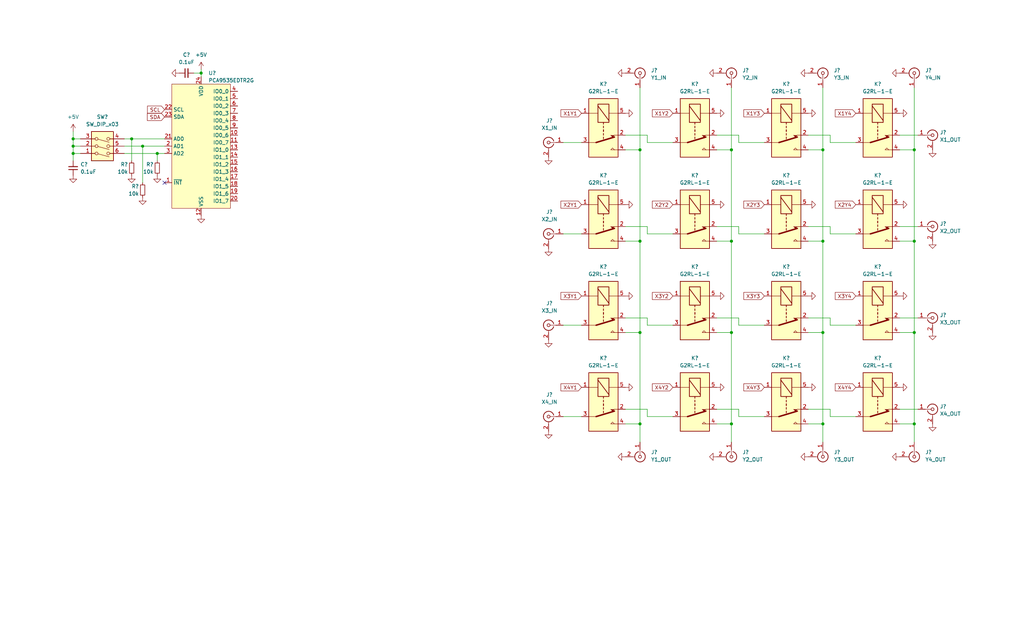
<source format=kicad_sch>
(kicad_sch (version 20211123) (generator eeschema)
  (paper "USLegal")
  (title_block (title "4X4 RF Crossbar") (date "2022-09-12") (rev "A") (company "W3AXL"))
  (lib_symbols
    (symbol "Connector:Conn_Coaxial" (pin_names (offset 1.016) hide)
      (property "Reference" "J" (at 0.254 3.048 0))
      (property "Value" "Conn_Coaxial" (at 2.921 0 90))
      (symbol "Conn_Coaxial_0_1"
        (arc (start -1.778 -0.508) (mid 0.2311 -1.8066) (end 1.778 0) (stroke (width 0.254)))
        (polyline (pts (xy -2.54 0) (xy -0.508 0)))
        (polyline (pts (xy 0 -2.54) (xy 0 -1.778)))
        (circle (center 0 0) (radius 0.508) (stroke (width 0.2032)))
        (arc (start 1.778 0) (mid 0.2099 1.8101) (end -1.778 0.508) (stroke (width 0.254)))
      )
      (symbol "Conn_Coaxial_1_1"
        (pin passive line (at -5.08 0 0) (length 2.54) (name "In") (number "1"))
        (pin passive line (at 0 -5.08 90) (length 2.54) (name "Ext") (number "2"))
      )
    )
    (symbol "Device:C_Small" (pin_numbers hide) (pin_names (offset 0.254) hide)
      (property "Reference" "C" (at 0.254 1.778 0))
      (property "Value" "C_Small" (at 0.254 -2.032 0))
      (symbol "C_Small_0_1"
        (polyline (pts (xy -1.524 -0.508) (xy 1.524 -0.508)) (stroke (width 0.3302)))
        (polyline (pts (xy -1.524 0.508) (xy 1.524 0.508)) (stroke (width 0.3048)))
      )
      (symbol "C_Small_1_1"
        (pin passive line (at 0 2.54 270) (length 2.032) (name "~") (number "1"))
        (pin passive line (at 0 -2.54 90) (length 2.032) (name "~") (number "2"))
      )
    )
    (symbol "Device:R_Small" (pin_numbers hide) (pin_names (offset 0.254) hide)
      (property "Reference" "R" (at 0.762 0.508 0))
      (property "Value" "R_Small" (at 0.762 -1.016 0))
      (symbol "R_Small_0_1"
        (rectangle (start -0.762 1.778) (end 0.762 -1.778) (stroke (width 0.2032)))
      )
      (symbol "R_Small_1_1"
        (pin passive line (at 0 2.54 270) (length 0.762) (name "~") (number "1"))
        (pin passive line (at 0 -2.54 90) (length 0.762) (name "~") (number "2"))
      )
    )
    (symbol "Switch:SW_DIP_x03" (pin_names (offset 0) hide)
      (property "Reference" "SW" (at 0 8.89 0))
      (property "Value" "SW_DIP_x03" (at 0 -3.81 0))
      (symbol "SW_DIP_x03_0_0"
        (circle (center -2.032 0) (radius 0.508))
        (circle (center -2.032 2.54) (radius 0.508))
        (circle (center -2.032 5.08) (radius 0.508))
        (polyline (pts (xy -1.524 0.127) (xy 2.3622 1.1684)))
        (polyline (pts (xy -1.524 2.667) (xy 2.3622 3.7084)))
        (polyline (pts (xy -1.524 5.207) (xy 2.3622 6.2484)))
        (circle (center 2.032 0) (radius 0.508))
        (circle (center 2.032 2.54) (radius 0.508))
        (circle (center 2.032 5.08) (radius 0.508))
      )
      (symbol "SW_DIP_x03_0_1"
        (rectangle (start -3.81 7.62) (end 3.81 -2.54) (stroke (width 0.254)) (fill (type background)))
      )
      (symbol "SW_DIP_x03_1_1"
        (pin passive line (at -7.62 5.08 0) (length 5.08) (name "~") (number "1"))
        (pin passive line (at -7.62 2.54 0) (length 5.08) (name "~") (number "2"))
        (pin passive line (at -7.62 0 0) (length 5.08) (name "~") (number "3"))
        (pin passive line (at 7.62 0 180) (length 5.08) (name "~") (number "4"))
        (pin passive line (at 7.62 2.54 180) (length 5.08) (name "~") (number "5"))
        (pin passive line (at 7.62 5.08 180) (length 5.08) (name "~") (number "6"))
      )
    )
    (symbol "omron:G2RL-1-E" (pin_names (offset 1.016))
      (property "Reference" "K" (at 11.43 3.81 0))
      (property "Value" "G2RL-1-E" (at 11.43 1.27 0))
      (symbol "G2RL-1-E_0_0"
        (polyline (pts (xy 2.54 3.81) (xy 2.54 5.08)))
        (polyline (pts (xy 7.62 3.81) (xy 7.62 5.08)))
        (polyline (pts (xy 7.62 3.81) (xy 7.62 2.54) (xy 6.985 3.175) (xy 7.62 3.81)))
      )
      (symbol "G2RL-1-E_0_1"
        (rectangle (start -10.16 5.08) (end 10.16 -5.08) (stroke (width 0.254)) (fill (type background)))
        (rectangle (start -8.255 1.905) (end -1.905 -1.905) (stroke (width 0.254)))
        (polyline (pts (xy -7.62 -1.905) (xy -2.54 1.905)) (stroke (width 0.254)))
        (polyline (pts (xy -5.08 -5.08) (xy -5.08 -1.905)))
        (polyline (pts (xy -5.08 5.08) (xy -5.08 1.905)))
        (polyline (pts (xy -1.905 0) (xy -1.27 0)) (stroke (width 0.254)))
        (polyline (pts (xy -0.635 0) (xy 0 0)) (stroke (width 0.254)))
        (polyline (pts (xy 0.635 0) (xy 1.27 0)) (stroke (width 0.254)))
        (polyline (pts (xy 0.635 0) (xy 1.27 0)) (stroke (width 0.254)))
        (polyline (pts (xy 1.905 0) (xy 2.54 0)) (stroke (width 0.254)))
        (polyline (pts (xy 3.175 0) (xy 3.81 0)) (stroke (width 0.254)))
        (polyline (pts (xy 5.08 -2.54) (xy 3.175 3.81)) (stroke (width 0.508)))
        (polyline (pts (xy 5.08 -2.54) (xy 5.08 -5.08)))
        (polyline (pts (xy 2.54 2.54) (xy 3.175 3.175) (xy 2.54 3.81)) (fill (type outline)))
      )
      (symbol "G2RL-1-E_1_1"
        (pin passive line (at -5.08 -7.62 90) (length 2.54) (name "~") (number "1"))
        (pin passive line (at 2.54 7.62 270) (length 2.54) (name "~") (number "2"))
        (pin passive line (at 5.08 -7.62 90) (length 2.54) (name "~") (number "3"))
        (pin passive line (at 7.62 7.62 270) (length 2.54) (name "~") (number "4"))
        (pin passive line (at -5.08 7.62 270) (length 2.54) (name "~") (number "5"))
      )
    )
    (symbol "pca9535:PCA9535EDTR2G"
      (property "Reference" "U" (at 1.27 0 90))
      (property "Value" "PCA9535EDTR2G" (at -1.27 0 90))
      (symbol "PCA9535EDTR2G_0_0"
        (pin output line (at -12.7 -12.7 0) (length 2.54) (name "~{INT}") (number "1"))
        (pin bidirectional line (at 12.7 3.81 180) (length 2.54) (name "IO0_6") (number "10"))
        (pin bidirectional line (at 12.7 1.27 180) (length 2.54) (name "IO0_7") (number "11"))
        (pin power_in line (at 0 -24.13 90) (length 2.54) (name "VSS") (number "12"))
        (pin bidirectional line (at 12.7 -1.27 180) (length 2.54) (name "IO1_0") (number "13"))
        (pin bidirectional line (at 12.7 -3.81 180) (length 2.54) (name "IO1_1") (number "14"))
        (pin bidirectional line (at 12.7 -6.35 180) (length 2.54) (name "IO1_2") (number "15"))
        (pin bidirectional line (at 12.7 -8.89 180) (length 2.54) (name "IO1_3") (number "16"))
        (pin bidirectional line (at 12.7 -11.43 180) (length 2.54) (name "IO1_4") (number "17"))
        (pin bidirectional line (at 12.7 -13.97 180) (length 2.54) (name "IO1_5") (number "18"))
        (pin bidirectional line (at 12.7 -16.51 180) (length 2.54) (name "IO1_6") (number "19"))
        (pin input line (at -12.7 0 0) (length 2.54) (name "AD1") (number "2"))
        (pin bidirectional line (at 12.7 -19.05 180) (length 2.54) (name "IO1_7") (number "20"))
        (pin input line (at -12.7 2.54 0) (length 2.54) (name "AD0") (number "21"))
        (pin bidirectional line (at -12.7 12.7 0) (length 2.54) (name "SCL") (number "22"))
        (pin bidirectional line (at -12.7 10.16 0) (length 2.54) (name "SDA") (number "23"))
        (pin power_in line (at 0 24.13 270) (length 2.54) (name "VDD") (number "24"))
        (pin input line (at -12.7 -2.54 0) (length 2.54) (name "AD2") (number "3"))
        (pin bidirectional line (at 12.7 13.97 180) (length 2.54) (name "IO0_2") (number "6"))
        (pin bidirectional line (at 12.7 11.43 180) (length 2.54) (name "IO0_3") (number "7"))
        (pin bidirectional line (at 12.7 8.89 180) (length 2.54) (name "IO0_4") (number "8"))
        (pin bidirectional line (at 12.7 6.35 180) (length 2.54) (name "IO0_5") (number "9"))
      )
      (symbol "PCA9535EDTR2G_0_1"
        (rectangle (start 10.16 21.59) (end -10.16 -21.59) (fill (type background)))
      )
      (symbol "PCA9535EDTR2G_1_1"
        (pin bidirectional line (at 12.7 19.05 180) (length 2.54) (name "IO0_0") (number "4"))
        (pin bidirectional line (at 12.7 16.51 180) (length 2.54) (name "IO0_1") (number "5"))
      )
    )
    (symbol "power:+5V" (power) (pin_names (offset 0))
      (property "Value" "+5V" (at 0 3.556 0))
      (symbol "+5V_0_1"
        (polyline (pts (xy -0.762 1.27) (xy 0 2.54)))
        (polyline (pts (xy 0 0) (xy 0 2.54)))
        (polyline (pts (xy 0 2.54) (xy 0.762 1.27)))
      )
      (symbol "+5V_1_1"
        (pin power_in line (at 0 0 90) (length 0) hide (name "+5V") (number "1"))
      )
    )
    (symbol "power:GND" (power) (pin_names (offset 0))
      (property "Value" "GND" (at 0 -3.81 0))
      (symbol "GND_0_1"
        (polyline (pts (xy 0 0) (xy 0 -1.27) (xy 1.27 -1.27) (xy 0 -2.54) (xy -1.27 -1.27) (xy 0 -1.27)))
      )
      (symbol "GND_1_1"
        (pin power_in line (at 0 0 270) (length 0) hide (name "GND") (number "1"))
      )
    )
  )
  (junction (at 25.4 50.8))
  (junction (at 222.25 52.07))
  (junction (at 25.4 48.26))
  (junction (at 222.25 83.82))
  (junction (at 317.5 52.07))
  (junction (at 317.5 83.82))
  (junction (at 54.61 53.34))
  (junction (at 49.53 50.8))
  (junction (at 69.85 25.4))
  (junction (at 285.75 147.32))
  (junction (at 222.25 115.57))
  (junction (at 317.5 115.57))
  (junction (at 25.4 53.34))
  (junction (at 254 83.82))
  (junction (at 285.75 115.57))
  (junction (at 45.72 48.26))
  (junction (at 254 115.57))
  (junction (at 222.25 147.32))
  (junction (at 254 147.32))
  (junction (at 317.5 147.32))
  (junction (at 254 52.07))
  (junction (at 285.75 83.82))
  (junction (at 285.75 52.07))
  (no_connect (at 57.15 63.5))
  (wire (pts (xy 256.54 142.24) (xy 256.54 144.78)))
  (wire (pts (xy 254 147.32) (xy 254 115.57)))
  (wire (pts (xy 256.54 78.74) (xy 256.54 81.28)))
  (wire (pts (xy 67.31 25.4) (xy 69.85 25.4)))
  (wire (pts (xy 69.85 25.4) (xy 69.85 26.67)))
  (wire (pts (xy 195.58 144.78) (xy 201.93 144.78)))
  (wire (pts (xy 312.42 115.57) (xy 317.5 115.57)))
  (wire (pts (xy 27.94 48.26) (xy 25.4 48.26)))
  (wire (pts (xy 45.72 48.26) (xy 45.72 55.88)))
  (wire (pts (xy 288.29 110.49) (xy 288.29 113.03)))
  (wire (pts (xy 288.29 46.99) (xy 288.29 49.53)))
  (wire (pts (xy 25.4 48.26) (xy 25.4 50.8)))
  (wire (pts (xy 256.54 144.78) (xy 265.43 144.78)))
  (wire (pts (xy 285.75 147.32) (xy 285.75 153.67)))
  (wire (pts (xy 217.17 52.07) (xy 222.25 52.07)))
  (wire (pts (xy 224.79 142.24) (xy 224.79 144.78)))
  (wire (pts (xy 254 52.07) (xy 248.92 52.07)))
  (wire (pts (xy 280.67 147.32) (xy 285.75 147.32)))
  (wire (pts (xy 317.5 115.57) (xy 317.5 83.82)))
  (wire (pts (xy 54.61 53.34) (xy 57.15 53.34)))
  (wire (pts (xy 222.25 115.57) (xy 222.25 147.32)))
  (wire (pts (xy 248.92 110.49) (xy 256.54 110.49)))
  (wire (pts (xy 280.67 52.07) (xy 285.75 52.07)))
  (wire (pts (xy 312.42 78.74) (xy 318.77 78.74)))
  (wire (pts (xy 217.17 142.24) (xy 224.79 142.24)))
  (wire (pts (xy 222.25 115.57) (xy 222.25 83.82)))
  (wire (pts (xy 280.67 78.74) (xy 288.29 78.74)))
  (wire (pts (xy 256.54 113.03) (xy 265.43 113.03)))
  (wire (pts (xy 288.29 78.74) (xy 288.29 81.28)))
  (wire (pts (xy 254 30.48) (xy 254 52.07)))
  (wire (pts (xy 256.54 110.49) (xy 256.54 113.03)))
  (wire (pts (xy 317.5 52.07) (xy 317.5 30.48)))
  (wire (pts (xy 217.17 78.74) (xy 224.79 78.74)))
  (wire (pts (xy 285.75 115.57) (xy 285.75 83.82)))
  (wire (pts (xy 195.58 81.28) (xy 201.93 81.28)))
  (wire (pts (xy 248.92 115.57) (xy 254 115.57)))
  (wire (pts (xy 280.67 142.24) (xy 288.29 142.24)))
  (wire (pts (xy 222.25 147.32) (xy 222.25 153.67)))
  (wire (pts (xy 195.58 49.53) (xy 201.93 49.53)))
  (wire (pts (xy 224.79 113.03) (xy 233.68 113.03)))
  (wire (pts (xy 312.42 142.24) (xy 318.77 142.24)))
  (wire (pts (xy 288.29 113.03) (xy 297.18 113.03)))
  (wire (pts (xy 248.92 142.24) (xy 256.54 142.24)))
  (wire (pts (xy 254 115.57) (xy 254 83.82)))
  (wire (pts (xy 217.17 115.57) (xy 222.25 115.57)))
  (wire (pts (xy 317.5 147.32) (xy 317.5 153.67)))
  (wire (pts (xy 224.79 78.74) (xy 224.79 81.28)))
  (wire (pts (xy 254 83.82) (xy 254 52.07)))
  (wire (pts (xy 45.72 48.26) (xy 57.15 48.26)))
  (wire (pts (xy 317.5 83.82) (xy 317.5 52.07)))
  (wire (pts (xy 222.25 83.82) (xy 222.25 52.07)))
  (wire (pts (xy 43.18 50.8) (xy 49.53 50.8)))
  (wire (pts (xy 222.25 52.07) (xy 222.25 30.48)))
  (wire (pts (xy 248.92 147.32) (xy 254 147.32)))
  (wire (pts (xy 312.42 46.99) (xy 318.77 46.99)))
  (wire (pts (xy 25.4 45.72) (xy 25.4 48.26)))
  (wire (pts (xy 312.42 83.82) (xy 317.5 83.82)))
  (wire (pts (xy 285.75 52.07) (xy 285.75 30.48)))
  (wire (pts (xy 25.4 53.34) (xy 25.4 55.88)))
  (wire (pts (xy 256.54 81.28) (xy 265.43 81.28)))
  (wire (pts (xy 256.54 46.99) (xy 256.54 49.53)))
  (wire (pts (xy 288.29 81.28) (xy 297.18 81.28)))
  (wire (pts (xy 280.67 110.49) (xy 288.29 110.49)))
  (wire (pts (xy 217.17 110.49) (xy 224.79 110.49)))
  (wire (pts (xy 312.42 52.07) (xy 317.5 52.07)))
  (wire (pts (xy 312.42 147.32) (xy 317.5 147.32)))
  (wire (pts (xy 43.18 53.34) (xy 54.61 53.34)))
  (wire (pts (xy 288.29 142.24) (xy 288.29 144.78)))
  (wire (pts (xy 27.94 53.34) (xy 25.4 53.34)))
  (wire (pts (xy 49.53 50.8) (xy 49.53 63.5)))
  (wire (pts (xy 280.67 83.82) (xy 285.75 83.82)))
  (wire (pts (xy 224.79 49.53) (xy 233.68 49.53)))
  (wire (pts (xy 224.79 46.99) (xy 224.79 49.53)))
  (wire (pts (xy 288.29 144.78) (xy 297.18 144.78)))
  (wire (pts (xy 224.79 144.78) (xy 233.68 144.78)))
  (wire (pts (xy 195.58 113.03) (xy 201.93 113.03)))
  (wire (pts (xy 54.61 53.34) (xy 54.61 55.88)))
  (wire (pts (xy 285.75 147.32) (xy 285.75 115.57)))
  (wire (pts (xy 25.4 50.8) (xy 25.4 53.34)))
  (wire (pts (xy 248.92 83.82) (xy 254 83.82)))
  (wire (pts (xy 43.18 48.26) (xy 45.72 48.26)))
  (wire (pts (xy 224.79 110.49) (xy 224.79 113.03)))
  (wire (pts (xy 280.67 46.99) (xy 288.29 46.99)))
  (wire (pts (xy 317.5 147.32) (xy 317.5 115.57)))
  (wire (pts (xy 248.92 46.99) (xy 256.54 46.99)))
  (wire (pts (xy 69.85 25.4) (xy 69.85 24.13)))
  (wire (pts (xy 254 147.32) (xy 254 153.67)))
  (wire (pts (xy 285.75 83.82) (xy 285.75 52.07)))
  (wire (pts (xy 217.17 147.32) (xy 222.25 147.32)))
  (wire (pts (xy 224.79 81.28) (xy 233.68 81.28)))
  (wire (pts (xy 256.54 49.53) (xy 265.43 49.53)))
  (wire (pts (xy 248.92 78.74) (xy 256.54 78.74)))
  (wire (pts (xy 217.17 83.82) (xy 222.25 83.82)))
  (wire (pts (xy 288.29 49.53) (xy 297.18 49.53)))
  (wire (pts (xy 280.67 115.57) (xy 285.75 115.57)))
  (wire (pts (xy 27.94 50.8) (xy 25.4 50.8)))
  (wire (pts (xy 217.17 46.99) (xy 224.79 46.99)))
  (wire (pts (xy 312.42 110.49) (xy 318.77 110.49)))
  (wire (pts (xy 49.53 50.8) (xy 57.15 50.8)))
  (global_label "X2Y1" (shape input) (at 201.93 71.12 180) (property "Intersheet References" "${INTERSHEET_REFS}" (effects hide)))
  (global_label "X3Y1" (shape input) (at 201.93 102.87 180) (property "Intersheet References" "${INTERSHEET_REFS}" (effects hide)))
  (global_label "SCL" (shape input) (at 57.15 38.1 180) (property "Intersheet References" "${INTERSHEET_REFS}" (effects hide)))
  (global_label "X4Y2" (shape input) (at 233.68 134.62 180) (property "Intersheet References" "${INTERSHEET_REFS}" (effects hide)))
  (global_label "X3Y3" (shape input) (at 265.43 102.87 180) (property "Intersheet References" "${INTERSHEET_REFS}" (effects hide)))
  (global_label "X1Y2" (shape input) (at 233.68 39.37 180) (property "Intersheet References" "${INTERSHEET_REFS}" (effects hide)))
  (global_label "X3Y4" (shape input) (at 297.18 102.87 180) (property "Intersheet References" "${INTERSHEET_REFS}" (effects hide)))
  (global_label "X4Y1" (shape input) (at 201.93 134.62 180) (property "Intersheet References" "${INTERSHEET_REFS}" (effects hide)))
  (global_label "SDA" (shape input) (at 57.15 40.64 180) (property "Intersheet References" "${INTERSHEET_REFS}" (effects hide)))
  (global_label "X2Y4" (shape input) (at 297.18 71.12 180) (property "Intersheet References" "${INTERSHEET_REFS}" (effects hide)))
  (global_label "X2Y2" (shape input) (at 233.68 71.12 180) (property "Intersheet References" "${INTERSHEET_REFS}" (effects hide)))
  (global_label "X1Y1" (shape input) (at 201.93 39.37 180) (property "Intersheet References" "${INTERSHEET_REFS}" (effects hide)))
  (global_label "X3Y2" (shape input) (at 233.68 102.87 180) (property "Intersheet References" "${INTERSHEET_REFS}" (effects hide)))
  (global_label "X1Y3" (shape input) (at 265.43 39.37 180) (property "Intersheet References" "${INTERSHEET_REFS}" (effects hide)))
  (global_label "X1Y4" (shape input) (at 297.18 39.37 180) (property "Intersheet References" "${INTERSHEET_REFS}" (effects hide)))
  (global_label "X4Y3" (shape input) (at 265.43 134.62 180) (property "Intersheet References" "${INTERSHEET_REFS}" (effects hide)))
  (global_label "X4Y4" (shape input) (at 297.18 134.62 180) (property "Intersheet References" "${INTERSHEET_REFS}" (effects hide)))
  (global_label "X2Y3" (shape input) (at 265.43 71.12 180) (property "Intersheet References" "${INTERSHEET_REFS}" (effects hide)))
  (symbol (lib_id "omron:G2RL-1-E") (at 241.3 44.45 270) (unit 1)
    (property "Reference" "K?" (at 241.3 29.21 90))
    (property "Value" "G2RL-1-E" (at 241.3 31.75 90))
    (property "Footprint" "omron:G2RL-1E" (effects hide))
    (property "Datasheet" "http://www.omron.com/ecb/products/pdf/en-g5le.pdf" (effects hide))
  )
  (symbol (lib_id "power:GND") (at 312.42 134.62 90) (unit 1)
    (property "Reference" "#PWR?" (effects hide))
    (property "Value" "GND" (effects hide))
  )
  (symbol (lib_id "power:GND") (at 69.85 74.93 0) (unit 1)
    (property "Reference" "#PWR?" (effects hide))
    (property "Value" "GND" (effects hide))
  )
  (symbol (lib_id "power:GND") (at 190.5 86.36 0) (unit 1)
    (property "Reference" "#PWR?" (effects hide))
    (property "Value" "GND" (effects hide))
  )
  (symbol (lib_id "power:GND") (at 312.42 71.12 90) (unit 1)
    (property "Reference" "#PWR?" (effects hide))
    (property "Value" "GND" (effects hide))
  )
  (symbol (lib_id "Connector:Conn_Coaxial") (at 190.5 144.78 0) (mirror y) (unit 1)
    (property "Reference" "J?" (at 190.8174 137.16 0))
    (property "Value" "X4_IN" (at 190.8174 139.7 0))
    (property "Datasheet" " ~" (effects hide))
  )
  (symbol (lib_id "Connector:Conn_Coaxial") (at 254 25.4 270) (mirror x) (unit 1)
    (property "Reference" "J?" (at 257.81 24.4473 90) (effects (justify left)))
    (property "Value" "Y2_IN" (at 257.81 26.9873 90) (effects (justify left)))
    (property "Datasheet" " ~" (effects hide))
  )
  (symbol (lib_id "Device:R_Small") (at 49.53 66.04 0) (mirror y) (unit 1)
    (property "Reference" "R?" (at 48.26 64.77 0) (effects (justify left)))
    (property "Value" "10k" (at 48.26 67.31 0) (effects (justify left)))
  )
  (symbol (lib_id "omron:G2RL-1-E") (at 273.05 76.2 270) (unit 1)
    (property "Reference" "K?" (at 273.05 60.96 90))
    (property "Value" "G2RL-1-E" (at 273.05 63.5 90))
    (property "Footprint" "omron:G2RL-1E" (effects hide))
    (property "Datasheet" "http://www.omron.com/ecb/products/pdf/en-g5le.pdf" (effects hide))
  )
  (symbol (lib_id "power:+5V") (at 25.4 45.72 0) (unit 1)
    (property "Reference" "#PWR?" (effects hide))
    (property "Value" "+5V" (at 25.4 40.64 0))
  )
  (symbol (lib_id "power:GND") (at 217.17 134.62 90) (unit 1)
    (property "Reference" "#PWR?" (effects hide))
    (property "Value" "GND" (effects hide))
  )
  (symbol (lib_id "power:GND") (at 217.17 71.12 90) (unit 1)
    (property "Reference" "#PWR?" (effects hide))
    (property "Value" "GND" (effects hide))
  )
  (symbol (lib_id "Connector:Conn_Coaxial") (at 285.75 25.4 270) (mirror x) (unit 1)
    (property "Reference" "J?" (at 289.56 24.4473 90) (effects (justify left)))
    (property "Value" "Y3_IN" (at 289.56 26.9873 90) (effects (justify left)))
    (property "Datasheet" " ~" (effects hide))
  )
  (symbol (lib_id "omron:G2RL-1-E") (at 304.8 44.45 270) (unit 1)
    (property "Reference" "K?" (at 304.8 29.21 90))
    (property "Value" "G2RL-1-E" (at 304.8 31.75 90))
    (property "Footprint" "omron:G2RL-1E" (effects hide))
    (property "Datasheet" "http://www.omron.com/ecb/products/pdf/en-g5le.pdf" (effects hide))
  )
  (symbol (lib_id "power:GND") (at 248.92 158.75 270) (mirror x) (unit 1)
    (property "Reference" "#PWR?" (effects hide))
    (property "Value" "GND" (effects hide))
  )
  (symbol (lib_id "power:GND") (at 217.17 25.4 270) (unit 1)
    (property "Reference" "#PWR?" (effects hide))
    (property "Value" "GND" (effects hide))
  )
  (symbol (lib_id "power:GND") (at 248.92 102.87 90) (unit 1)
    (property "Reference" "#PWR?" (effects hide))
    (property "Value" "GND" (effects hide))
  )
  (symbol (lib_id "power:GND") (at 280.67 71.12 90) (unit 1)
    (property "Reference" "#PWR?" (effects hide))
    (property "Value" "GND" (effects hide))
  )
  (symbol (lib_id "power:GND") (at 312.42 158.75 270) (mirror x) (unit 1)
    (property "Reference" "#PWR?" (effects hide))
    (property "Value" "GND" (effects hide))
  )
  (symbol (lib_id "Connector:Conn_Coaxial") (at 222.25 158.75 270) (unit 1)
    (property "Reference" "J?" (at 226.06 157.1624 90) (effects (justify left)))
    (property "Value" "Y1_OUT" (at 226.06 159.7024 90) (effects (justify left)))
    (property "Datasheet" " ~" (effects hide))
  )
  (symbol (lib_id "power:+5V") (at 69.85 24.13 0) (unit 1)
    (property "Reference" "#PWR?" (effects hide))
    (property "Value" "+5V" (at 69.85 19.05 0))
  )
  (symbol (lib_id "power:GND") (at 248.92 71.12 90) (unit 1)
    (property "Reference" "#PWR?" (effects hide))
    (property "Value" "GND" (effects hide))
  )
  (symbol (lib_id "Connector:Conn_Coaxial") (at 190.5 81.28 0) (mirror y) (unit 1)
    (property "Reference" "J?" (at 190.8174 73.66 0))
    (property "Value" "X2_IN" (at 190.8174 76.2 0))
    (property "Datasheet" " ~" (effects hide))
  )
  (symbol (lib_id "power:GND") (at 280.67 25.4 270) (unit 1)
    (property "Reference" "#PWR?" (effects hide))
    (property "Value" "GND" (effects hide))
  )
  (symbol (lib_id "omron:G2RL-1-E") (at 273.05 44.45 270) (unit 1)
    (property "Reference" "K?" (at 273.05 29.21 90))
    (property "Value" "G2RL-1-E" (at 273.05 31.75 90))
    (property "Footprint" "omron:G2RL-1E" (effects hide))
    (property "Datasheet" "http://www.omron.com/ecb/products/pdf/en-g5le.pdf" (effects hide))
  )
  (symbol (lib_id "Connector:Conn_Coaxial") (at 317.5 158.75 270) (unit 1)
    (property "Reference" "J?" (at 321.31 157.1624 90) (effects (justify left)))
    (property "Value" "Y4_OUT" (at 321.31 159.7024 90) (effects (justify left)))
    (property "Datasheet" " ~" (effects hide))
  )
  (symbol (lib_id "power:GND") (at 280.67 134.62 90) (unit 1)
    (property "Reference" "#PWR?" (effects hide))
    (property "Value" "GND" (effects hide))
  )
  (symbol (lib_id "power:GND") (at 312.42 102.87 90) (unit 1)
    (property "Reference" "#PWR?" (effects hide))
    (property "Value" "GND" (effects hide))
  )
  (symbol (lib_id "Connector:Conn_Coaxial") (at 317.5 25.4 270) (mirror x) (unit 1)
    (property "Reference" "J?" (at 321.31 24.4473 90) (effects (justify left)))
    (property "Value" "Y4_IN" (at 321.31 26.9873 90) (effects (justify left)))
    (property "Datasheet" " ~" (effects hide))
  )
  (symbol (lib_id "Connector:Conn_Coaxial") (at 190.5 49.53 0) (mirror y) (unit 1)
    (property "Reference" "J?" (at 190.8174 41.91 0))
    (property "Value" "X1_IN" (at 190.8174 44.45 0))
    (property "Datasheet" " ~" (effects hide))
  )
  (symbol (lib_id "Connector:Conn_Coaxial") (at 323.85 142.24 0) (unit 1)
    (property "Reference" "J?" (at 326.39 141.2631 0) (effects (justify left)))
    (property "Value" "X4_OUT" (at 326.39 143.8031 0) (effects (justify left)))
    (property "Datasheet" " ~" (effects hide))
  )
  (symbol (lib_id "power:GND") (at 217.17 39.37 90) (unit 1)
    (property "Reference" "#PWR?" (effects hide))
    (property "Value" "GND" (effects hide))
  )
  (symbol (lib_id "Connector:Conn_Coaxial") (at 222.25 25.4 270) (mirror x) (unit 1)
    (property "Reference" "J?" (at 226.06 24.4473 90) (effects (justify left)))
    (property "Value" "Y1_IN" (at 226.06 26.9873 90) (effects (justify left)))
    (property "Datasheet" " ~" (effects hide))
  )
  (symbol (lib_id "omron:G2RL-1-E") (at 273.05 139.7 270) (unit 1)
    (property "Reference" "K?" (at 273.05 124.46 90))
    (property "Value" "G2RL-1-E" (at 273.05 127 90))
    (property "Footprint" "omron:G2RL-1E" (effects hide))
    (property "Datasheet" "http://www.omron.com/ecb/products/pdf/en-g5le.pdf" (effects hide))
  )
  (symbol (lib_id "power:GND") (at 248.92 134.62 90) (unit 1)
    (property "Reference" "#PWR?" (effects hide))
    (property "Value" "GND" (effects hide))
  )
  (symbol (lib_id "power:GND") (at 49.53 68.58 0) (unit 1)
    (property "Reference" "#PWR?" (effects hide))
    (property "Value" "GND" (effects hide))
  )
  (symbol (lib_id "power:GND") (at 280.67 102.87 90) (unit 1)
    (property "Reference" "#PWR?" (effects hide))
    (property "Value" "GND" (effects hide))
  )
  (symbol (lib_id "pca9535:PCA9535EDTR2G") (at 69.85 50.8 0) (unit 1)
    (property "Reference" "U?" (at 72.39 25.4 0) (effects (justify left)))
    (property "Value" "PCA9535EDTR2G" (at 72.39 27.94 0) (effects (justify left)))
  )
  (symbol (lib_id "Switch:SW_DIP_x03") (at 35.56 48.26 0) (mirror x) (unit 1)
    (property "Reference" "SW?" (at 35.56 40.64 0))
    (property "Value" "SW_DIP_x03" (at 35.56 43.18 0))
  )
  (symbol (lib_id "power:GND") (at 280.67 158.75 270) (mirror x) (unit 1)
    (property "Reference" "#PWR?" (effects hide))
    (property "Value" "GND" (effects hide))
  )
  (symbol (lib_id "power:GND") (at 248.92 39.37 90) (unit 1)
    (property "Reference" "#PWR?" (effects hide))
    (property "Value" "GND" (effects hide))
  )
  (symbol (lib_id "Device:R_Small") (at 54.61 58.42 0) (mirror y) (unit 1)
    (property "Reference" "R?" (at 53.34 57.15 0) (effects (justify left)))
    (property "Value" "10k" (at 53.34 59.69 0) (effects (justify left)))
  )
  (symbol (lib_id "Device:C_Small") (at 64.77 25.4 90) (unit 1)
    (property "Reference" "C?" (at 64.7763 19.05 90))
    (property "Value" "0.1uF" (at 64.7763 21.59 90))
  )
  (symbol (lib_id "Device:C_Small") (at 25.4 58.42 180) (unit 1)
    (property "Reference" "C?" (at 27.94 57.1435 0) (effects (justify right)))
    (property "Value" "0.1uF" (at 27.94 59.6835 0) (effects (justify right)))
  )
  (symbol (lib_id "omron:G2RL-1-E") (at 209.55 139.7 270) (unit 1)
    (property "Reference" "K?" (at 209.55 124.46 90))
    (property "Value" "G2RL-1-E" (at 209.55 127 90))
    (property "Footprint" "omron:G2RL-1E" (effects hide))
    (property "Datasheet" "http://www.omron.com/ecb/products/pdf/en-g5le.pdf" (effects hide))
  )
  (symbol (lib_id "Connector:Conn_Coaxial") (at 285.75 158.75 270) (unit 1)
    (property "Reference" "J?" (at 289.56 157.1624 90) (effects (justify left)))
    (property "Value" "Y3_OUT" (at 289.56 159.7024 90) (effects (justify left)))
    (property "Datasheet" " ~" (effects hide))
  )
  (symbol (lib_id "omron:G2RL-1-E") (at 209.55 44.45 270) (unit 1)
    (property "Reference" "K?" (at 209.55 29.21 90))
    (property "Value" "G2RL-1-E" (at 209.55 31.75 90))
    (property "Footprint" "omron:G2RL-1E" (effects hide))
    (property "Datasheet" "http://www.omron.com/ecb/products/pdf/en-g5le.pdf" (effects hide))
  )
  (symbol (lib_id "Device:R_Small") (at 45.72 58.42 0) (mirror y) (unit 1)
    (property "Reference" "R?" (at 44.45 57.15 0) (effects (justify left)))
    (property "Value" "10k" (at 44.45 59.69 0) (effects (justify left)))
  )
  (symbol (lib_id "omron:G2RL-1-E") (at 304.8 76.2 270) (unit 1)
    (property "Reference" "K?" (at 304.8 60.96 90))
    (property "Value" "G2RL-1-E" (at 304.8 63.5 90))
    (property "Footprint" "omron:G2RL-1E" (effects hide))
    (property "Datasheet" "http://www.omron.com/ecb/products/pdf/en-g5le.pdf" (effects hide))
  )
  (symbol (lib_id "power:GND") (at 217.17 102.87 90) (unit 1)
    (property "Reference" "#PWR?" (effects hide))
    (property "Value" "GND" (effects hide))
  )
  (symbol (lib_id "Connector:Conn_Coaxial") (at 323.85 78.74 0) (unit 1)
    (property "Reference" "J?" (at 326.39 77.7631 0) (effects (justify left)))
    (property "Value" "X2_OUT" (at 326.39 80.3031 0) (effects (justify left)))
    (property "Datasheet" " ~" (effects hide))
  )
  (symbol (lib_id "power:GND") (at 190.5 118.11 0) (unit 1)
    (property "Reference" "#PWR?" (effects hide))
    (property "Value" "GND" (effects hide))
  )
  (symbol (lib_id "Connector:Conn_Coaxial") (at 190.5 113.03 0) (mirror y) (unit 1)
    (property "Reference" "J?" (at 190.8174 105.41 0))
    (property "Value" "X3_IN" (at 190.8174 107.95 0))
    (property "Datasheet" " ~" (effects hide))
  )
  (symbol (lib_id "power:GND") (at 190.5 149.86 0) (unit 1)
    (property "Reference" "#PWR?" (effects hide))
    (property "Value" "GND" (effects hide))
  )
  (symbol (lib_id "power:GND") (at 280.67 39.37 90) (unit 1)
    (property "Reference" "#PWR?" (effects hide))
    (property "Value" "GND" (effects hide))
  )
  (symbol (lib_id "power:GND") (at 323.85 52.07 0) (mirror y) (unit 1)
    (property "Reference" "#PWR?" (effects hide))
    (property "Value" "GND" (effects hide))
  )
  (symbol (lib_id "Connector:Conn_Coaxial") (at 323.85 46.99 0) (unit 1)
    (property "Reference" "J?" (at 326.39 46.0131 0) (effects (justify left)))
    (property "Value" "X1_OUT" (at 326.39 48.5531 0) (effects (justify left)))
    (property "Datasheet" " ~" (effects hide))
  )
  (symbol (lib_id "omron:G2RL-1-E") (at 273.05 107.95 270) (unit 1)
    (property "Reference" "K?" (at 273.05 92.71 90))
    (property "Value" "G2RL-1-E" (at 273.05 95.25 90))
    (property "Footprint" "omron:G2RL-1E" (effects hide))
    (property "Datasheet" "http://www.omron.com/ecb/products/pdf/en-g5le.pdf" (effects hide))
  )
  (symbol (lib_id "omron:G2RL-1-E") (at 241.3 139.7 270) (unit 1)
    (property "Reference" "K?" (at 241.3 124.46 90))
    (property "Value" "G2RL-1-E" (at 241.3 127 90))
    (property "Footprint" "omron:G2RL-1E" (effects hide))
    (property "Datasheet" "http://www.omron.com/ecb/products/pdf/en-g5le.pdf" (effects hide))
  )
  (symbol (lib_id "omron:G2RL-1-E") (at 209.55 107.95 270) (unit 1)
    (property "Reference" "K?" (at 209.55 92.71 90))
    (property "Value" "G2RL-1-E" (at 209.55 95.25 90))
    (property "Footprint" "omron:G2RL-1E" (effects hide))
    (property "Datasheet" "http://www.omron.com/ecb/products/pdf/en-g5le.pdf" (effects hide))
  )
  (symbol (lib_id "power:GND") (at 217.17 158.75 270) (mirror x) (unit 1)
    (property "Reference" "#PWR?" (effects hide))
    (property "Value" "GND" (effects hide))
  )
  (symbol (lib_id "power:GND") (at 25.4 60.96 0) (unit 1)
    (property "Reference" "#PWR?" (effects hide))
    (property "Value" "GND" (effects hide))
  )
  (symbol (lib_id "power:GND") (at 54.61 60.96 0) (unit 1)
    (property "Reference" "#PWR?" (effects hide))
    (property "Value" "GND" (effects hide))
  )
  (symbol (lib_id "power:GND") (at 62.23 25.4 270) (unit 1)
    (property "Reference" "#PWR?" (effects hide))
    (property "Value" "GND" (effects hide))
  )
  (symbol (lib_id "power:GND") (at 190.5 54.61 0) (unit 1)
    (property "Reference" "#PWR?" (effects hide))
    (property "Value" "GND" (effects hide))
  )
  (symbol (lib_id "omron:G2RL-1-E") (at 304.8 139.7 270) (unit 1)
    (property "Reference" "K?" (at 304.8 124.46 90))
    (property "Value" "G2RL-1-E" (at 304.8 127 90))
    (property "Footprint" "omron:G2RL-1E" (effects hide))
    (property "Datasheet" "http://www.omron.com/ecb/products/pdf/en-g5le.pdf" (effects hide))
  )
  (symbol (lib_id "power:GND") (at 312.42 39.37 90) (unit 1)
    (property "Reference" "#PWR?" (effects hide))
    (property "Value" "GND" (effects hide))
  )
  (symbol (lib_id "power:GND") (at 323.85 115.57 0) (mirror y) (unit 1)
    (property "Reference" "#PWR?" (effects hide))
    (property "Value" "GND" (effects hide))
  )
  (symbol (lib_id "omron:G2RL-1-E") (at 241.3 76.2 270) (unit 1)
    (property "Reference" "K?" (at 241.3 60.96 90))
    (property "Value" "G2RL-1-E" (at 241.3 63.5 90))
    (property "Footprint" "omron:G2RL-1E" (effects hide))
    (property "Datasheet" "http://www.omron.com/ecb/products/pdf/en-g5le.pdf" (effects hide))
  )
  (symbol (lib_id "power:GND") (at 323.85 147.32 0) (mirror y) (unit 1)
    (property "Reference" "#PWR?" (effects hide))
    (property "Value" "GND" (effects hide))
  )
  (symbol (lib_id "power:GND") (at 248.92 25.4 270) (unit 1)
    (property "Reference" "#PWR?" (effects hide))
    (property "Value" "GND" (effects hide))
  )
  (symbol (lib_id "Connector:Conn_Coaxial") (at 254 158.75 270) (unit 1)
    (property "Reference" "J?" (at 257.81 157.1624 90) (effects (justify left)))
    (property "Value" "Y2_OUT" (at 257.81 159.7024 90) (effects (justify left)))
    (property "Datasheet" " ~" (effects hide))
  )
  (symbol (lib_id "Connector:Conn_Coaxial") (at 323.85 110.49 0) (unit 1)
    (property "Reference" "J?" (at 326.39 109.5131 0) (effects (justify left)))
    (property "Value" "X3_OUT" (at 326.39 112.0531 0) (effects (justify left)))
    (property "Datasheet" " ~" (effects hide))
  )
  (symbol (lib_id "power:GND") (at 312.42 25.4 270) (unit 1)
    (property "Reference" "#PWR?" (effects hide))
    (property "Value" "GND" (effects hide))
  )
  (symbol (lib_id "omron:G2RL-1-E") (at 304.8 107.95 270) (unit 1)
    (property "Reference" "K?" (at 304.8 92.71 90))
    (property "Value" "G2RL-1-E" (at 304.8 95.25 90))
    (property "Footprint" "omron:G2RL-1E" (effects hide))
    (property "Datasheet" "http://www.omron.com/ecb/products/pdf/en-g5le.pdf" (effects hide))
  )
  (symbol (lib_id "power:GND") (at 45.72 60.96 0) (unit 1)
    (property "Reference" "#PWR?" (effects hide))
    (property "Value" "GND" (effects hide))
  )
  (symbol (lib_id "power:GND") (at 323.85 83.82 0) (mirror y) (unit 1)
    (property "Reference" "#PWR?" (effects hide))
    (property "Value" "GND" (effects hide))
  )
  (symbol (lib_id "omron:G2RL-1-E") (at 241.3 107.95 270) (unit 1)
    (property "Reference" "K?" (at 241.3 92.71 90))
    (property "Value" "G2RL-1-E" (at 241.3 95.25 90))
    (property "Footprint" "omron:G2RL-1E" (effects hide))
    (property "Datasheet" "http://www.omron.com/ecb/products/pdf/en-g5le.pdf" (effects hide))
  )
  (symbol (lib_id "omron:G2RL-1-E") (at 209.55 76.2 270) (unit 1)
    (property "Reference" "K?" (at 209.55 60.96 90))
    (property "Value" "G2RL-1-E" (at 209.55 63.5 90))
    (property "Footprint" "omron:G2RL-1E" (effects hide))
    (property "Datasheet" "http://www.omron.com/ecb/products/pdf/en-g5le.pdf" (effects hide))
  )
)
</source>
